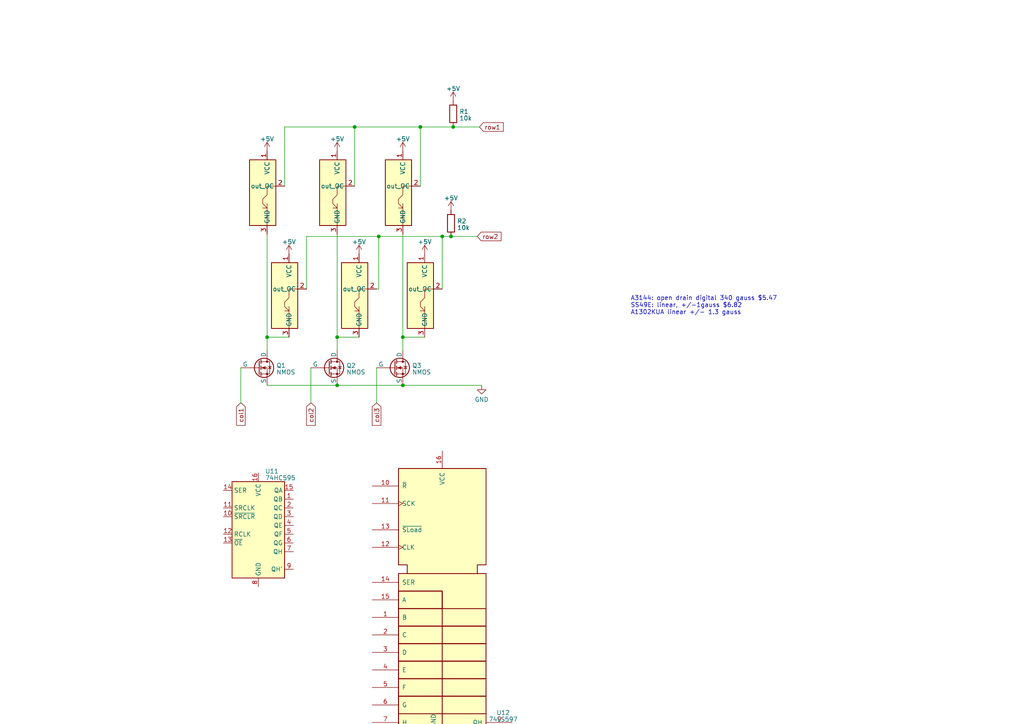
<source format=kicad_sch>
(kicad_sch (version 20230121) (generator eeschema)
  (paper "A4")
  (lib_symbols
    (symbol "74xx:74HC595"
      (property "Reference" "U" (at -7.62 13.97 0))
      (property "Value" "74HC595" (at -7.62 -16.51 0))
      (symbol "74HC595_1_0"
        (pin tri_state line (at 10.16 7.62 180) (length 2.54) (name "QB") (number "1"))
        (pin input line (at -10.16 2.54 0) (length 2.54) (name "~{SRCLR}") (number "10"))
        (pin input line (at -10.16 5.08 0) (length 2.54) (name "SRCLK") (number "11"))
        (pin input line (at -10.16 -2.54 0) (length 2.54) (name "RCLK") (number "12"))
        (pin input line (at -10.16 -5.08 0) (length 2.54) (name "~{OE}") (number "13"))
        (pin input line (at -10.16 10.16 0) (length 2.54) (name "SER") (number "14"))
        (pin tri_state line (at 10.16 10.16 180) (length 2.54) (name "QA") (number "15"))
        (pin power_in line (at 0 15.24 270) (length 2.54) (name "VCC") (number "16"))
        (pin tri_state line (at 10.16 5.08 180) (length 2.54) (name "QC") (number "2"))
        (pin tri_state line (at 10.16 2.54 180) (length 2.54) (name "QD") (number "3"))
        (pin tri_state line (at 10.16 0 180) (length 2.54) (name "QE") (number "4"))
        (pin tri_state line (at 10.16 -2.54 180) (length 2.54) (name "QF") (number "5"))
        (pin tri_state line (at 10.16 -5.08 180) (length 2.54) (name "QG") (number "6"))
        (pin tri_state line (at 10.16 -7.62 180) (length 2.54) (name "QH") (number "7"))
        (pin power_in line (at 0 -17.78 90) (length 2.54) (name "GND") (number "8"))
        (pin output line (at 10.16 -12.7 180) (length 2.54) (name "QH'") (number "9"))
      )
      (symbol "74HC595_1_1"
        (rectangle (start -7.62 12.7) (end 7.62 -15.24) (stroke (width 0.254)) (fill (type background)))
      )
    )
    (symbol "74xx_IEEE:74LS597" (pin_names (offset 1.016))
      (property "Reference" "U" (at 15.24 43.18 0))
      (property "Value" "74LS597" (at 15.24 -40.64 0))
      (symbol "74LS597_0_0"
        (rectangle (start -12.7 -30.48) (end -12.7 -30.48) (stroke (width 0.254)) (fill (type background)))
        (rectangle (start -12.7 -25.4) (end 12.7 -30.48) (stroke (width 0.254)) (fill (type background)))
        (rectangle (start -12.7 -20.32) (end 12.7 -25.4) (stroke (width 0.254)) (fill (type background)))
        (rectangle (start -12.7 -15.24) (end 12.7 -20.32) (stroke (width 0.254)) (fill (type background)))
        (rectangle (start -12.7 -10.16) (end 12.7 -15.24) (stroke (width 0.254)) (fill (type background)))
        (rectangle (start -12.7 -5.08) (end 12.7 -10.16) (stroke (width 0.254)) (fill (type background)))
        (rectangle (start -12.7 0) (end 12.7 -5.08) (stroke (width 0.254)) (fill (type background)))
        (rectangle (start -12.7 5.08) (end 0 -35.56) (stroke (width 0.254)) (fill (type background)))
        (rectangle (start -12.7 5.08) (end 0 0) (stroke (width 0.254)) (fill (type background)))
        (rectangle (start -12.7 10.16) (end 12.7 -35.56) (stroke (width 0.254)) (fill (type background)))
        (polyline (pts (xy -10.16 10.16) (xy -10.16 12.7) (xy -12.7 12.7) (xy -12.7 40.64) (xy 12.7 40.64) (xy 12.7 12.7) (xy 10.16 12.7) (xy 10.16 10.16) (xy 10.16 10.16)) (stroke (width 0.254)) (fill (type background)))
      )
      (symbol "74LS597_0_1"
        (pin power_in line (at -2.54 -40.64 90) (length 5.08) (name "GND") (number "8"))
      )
      (symbol "74LS597_1_1"
        (pin input line (at -20.32 -2.54 0) (length 7.62) (name "B") (number "1"))
        (pin input line (at -20.32 35.56 0) (length 7.62) (name "~{R}") (number "10"))
        (pin input clock (at -20.32 30.48 0) (length 7.62) (name "SCK") (number "11"))
        (pin input clock (at -20.32 17.78 0) (length 7.62) (name "CLK") (number "12"))
        (pin input line (at -20.32 22.86 0) (length 7.62) (name "~{SLoad}") (number "13"))
        (pin input line (at -20.32 7.62 0) (length 7.62) (name "SER") (number "14"))
        (pin input line (at -20.32 2.54 0) (length 7.62) (name "A") (number "15"))
        (pin power_in line (at 0 45.72 270) (length 5.08) (name "VCC") (number "16"))
        (pin input line (at -20.32 -7.62 0) (length 7.62) (name "C") (number "2"))
        (pin input line (at -20.32 -12.7 0) (length 7.62) (name "D") (number "3"))
        (pin input line (at -20.32 -17.78 0) (length 7.62) (name "E") (number "4"))
        (pin input line (at -20.32 -22.86 0) (length 7.62) (name "F") (number "5"))
        (pin input line (at -20.32 -27.94 0) (length 7.62) (name "G") (number "6"))
        (pin input line (at -20.32 -33.02 0) (length 7.62) (name "H") (number "7"))
        (pin tri_state line (at 20.32 -33.02 180) (length 7.62) (name "QH") (number "9"))
      )
    )
    (symbol "Device:R" (pin_numbers hide) (pin_names (offset 0))
      (property "Reference" "R" (at 2.032 0 90))
      (property "Value" "R" (at 0 0 90))
      (symbol "R_0_1"
        (rectangle (start -1.016 -2.54) (end 1.016 2.54) (stroke (width 0.254)))
      )
      (symbol "R_1_1"
        (pin passive line (at 0 3.81 270) (length 1.27) (name "~") (number "1"))
        (pin passive line (at 0 -3.81 90) (length 1.27) (name "~") (number "2"))
      )
    )
    (symbol "Sensor_Magnetic:A1101ELHL"
      (property "Reference" "U1" (at 8.89 6.35 0))
      (property "Value" "A3144" (at 11.43 3.81 0))
      (symbol "A1101ELHL_0_1"
        (rectangle (start -2.54 7.62) (end 5.08 -11.43) (stroke (width 0.254)) (fill (type background)))
        (polyline (pts (xy 2.54 -6.35) (xy 1.27 -6.35)))
        (polyline (pts (xy 2.54 -6.35) (xy 2.54 -5.08)))
        (polyline (pts (xy 5.08 0) (xy 2.54 0) (xy 2.54 0)))
        (polyline (pts (xy 2.54 0) (xy 2.54 -2.54) (xy 1.27 -3.81) (xy 1.27 -5.08) (xy 2.54 -6.35) (xy 2.54 -11.43)))
      )
      (symbol "A1101ELHL_1_1"
        (pin power_in line (at 2.54 10.16 270) (length 2.54) (name "VCC") (number "1"))
        (pin open_collector line (at 7.62 0 180) (length 2.54) (name "out_OC") (number "2"))
        (pin power_in line (at 2.54 -13.97 90) (length 2.54) (name "GND") (number "3"))
      )
    )
    (symbol "Simulation_SPICE:NMOS" (pin_numbers hide) (pin_names (offset 0))
      (property "Reference" "Q" (at 5.08 1.27 0))
      (property "Value" "NMOS" (at 5.08 -1.27 0))
      (symbol "NMOS_0_1"
        (polyline (pts (xy 0.254 0) (xy -2.54 0)))
        (polyline (pts (xy 0.254 1.905) (xy 0.254 -1.905)) (stroke (width 0.254)))
        (polyline (pts (xy 0.762 -1.27) (xy 0.762 -2.286)) (stroke (width 0.254)))
        (polyline (pts (xy 0.762 0.508) (xy 0.762 -0.508)) (stroke (width 0.254)))
        (polyline (pts (xy 0.762 2.286) (xy 0.762 1.27)) (stroke (width 0.254)))
        (polyline (pts (xy 2.54 2.54) (xy 2.54 1.778)))
        (polyline (pts (xy 2.54 -2.54) (xy 2.54 0) (xy 0.762 0)))
        (polyline (pts (xy 0.762 -1.778) (xy 3.302 -1.778) (xy 3.302 1.778) (xy 0.762 1.778)))
        (polyline (pts (xy 1.016 0) (xy 2.032 0.381) (xy 2.032 -0.381) (xy 1.016 0)) (fill (type outline)))
        (polyline (pts (xy 2.794 0.508) (xy 2.921 0.381) (xy 3.683 0.381) (xy 3.81 0.254)))
        (polyline (pts (xy 3.302 0.381) (xy 2.921 -0.254) (xy 3.683 -0.254) (xy 3.302 0.381)))
        (circle (center 1.651 0) (radius 2.794) (stroke (width 0.254)))
        (circle (center 2.54 -1.778) (radius 0.254) (fill (type outline)))
        (circle (center 2.54 1.778) (radius 0.254) (fill (type outline)))
      )
      (symbol "NMOS_1_1"
        (pin passive line (at 2.54 5.08 270) (length 2.54) (name "D") (number "1"))
        (pin input line (at -5.08 0 0) (length 2.54) (name "G") (number "2"))
        (pin passive line (at 2.54 -5.08 90) (length 2.54) (name "S") (number "3"))
      )
    )
    (symbol "power:+5V" (power) (pin_names (offset 0))
      (property "Value" "+5V" (at 0 3.556 0))
      (symbol "+5V_0_1"
        (polyline (pts (xy -0.762 1.27) (xy 0 2.54)))
        (polyline (pts (xy 0 0) (xy 0 2.54)))
        (polyline (pts (xy 0 2.54) (xy 0.762 1.27)))
      )
      (symbol "+5V_1_1"
        (pin power_in line (at 0 0 90) (length 0) hide (name "+5V") (number "1"))
      )
    )
    (symbol "power:GND" (power) (pin_names (offset 0))
      (property "Value" "GND" (at 0 -3.81 0))
      (symbol "GND_0_1"
        (polyline (pts (xy 0 0) (xy 0 -1.27) (xy 1.27 -1.27) (xy 0 -2.54) (xy -1.27 -1.27) (xy 0 -1.27)))
      )
      (symbol "GND_1_1"
        (pin power_in line (at 0 0 270) (length 0) hide (name "GND") (number "1"))
      )
    )
  )
  (junction (at 121.92 36.83))
  (junction (at 77.47 97.79))
  (junction (at 116.84 111.76))
  (junction (at 128.27 68.58))
  (junction (at 130.81 68.58))
  (junction (at 102.87 36.83))
  (junction (at 97.79 97.79))
  (junction (at 116.84 97.79))
  (junction (at 131.445 36.83))
  (junction (at 97.79 111.76))
  (junction (at 109.855 68.58))
  (wire (pts (xy 128.27 68.58) (xy 130.81 68.58)))
  (wire (pts (xy 97.79 97.79) (xy 97.79 101.6)))
  (wire (pts (xy 116.84 67.945) (xy 116.84 97.79)))
  (wire (pts (xy 82.55 36.83) (xy 82.55 53.975)))
  (wire (pts (xy 97.79 97.79) (xy 104.14 97.79)))
  (wire (pts (xy 88.9 68.58) (xy 109.855 68.58)))
  (wire (pts (xy 109.22 83.82) (xy 109.855 83.82)))
  (wire (pts (xy 116.84 97.79) (xy 116.84 101.6)))
  (wire (pts (xy 88.9 83.82) (xy 88.9 68.58)))
  (wire (pts (xy 131.445 36.83) (xy 121.92 36.83)))
  (wire (pts (xy 121.92 36.83) (xy 121.92 53.975)))
  (wire (pts (xy 97.79 111.76) (xy 116.84 111.76)))
  (wire (pts (xy 97.79 67.945) (xy 97.79 97.79)))
  (wire (pts (xy 109.855 83.82) (xy 109.855 68.58)))
  (wire (pts (xy 77.47 97.79) (xy 77.47 101.6)))
  (wire (pts (xy 69.85 106.68) (xy 69.85 116.84)))
  (wire (pts (xy 77.47 67.945) (xy 77.47 97.79)))
  (wire (pts (xy 77.47 111.76) (xy 97.79 111.76)))
  (wire (pts (xy 131.445 36.83) (xy 139.065 36.83)))
  (wire (pts (xy 102.87 36.83) (xy 82.55 36.83)))
  (wire (pts (xy 116.84 111.76) (xy 139.7 111.76)))
  (wire (pts (xy 90.17 106.68) (xy 90.17 116.84)))
  (wire (pts (xy 77.47 97.79) (xy 83.82 97.79)))
  (wire (pts (xy 109.22 106.68) (xy 109.22 116.84)))
  (wire (pts (xy 130.81 68.58) (xy 138.43 68.58)))
  (wire (pts (xy 121.92 36.83) (xy 102.87 36.83)))
  (wire (pts (xy 109.855 68.58) (xy 128.27 68.58)))
  (wire (pts (xy 102.87 36.83) (xy 102.87 53.975)))
  (wire (pts (xy 123.19 97.79) (xy 116.84 97.79)))
  (wire (pts (xy 128.27 68.58) (xy 128.27 83.82)))
  (text "A3144: open drain digital 340 gauss $5.47\nSS49E: linear, +/-1gauss $6.82\nA1302KUA linear +/- 1.3 gauss" (at 182.88 91.44 0) (effects (font (size 1.27 1.27)) (justify left bottom)))
  (global_label "row1" (shape input) (at 139.065 36.83 0) (property "Intersheetrefs" "${INTERSHEET_REFS}" (effects hide)))
  (global_label "col2" (shape input) (at 90.17 116.84 270) (property "Intersheetrefs" "${INTERSHEET_REFS}" (effects hide)))
  (global_label "col1" (shape input) (at 69.85 116.84 270) (property "Intersheetrefs" "${INTERSHEET_REFS}" (effects hide)))
  (global_label "col3" (shape input) (at 109.22 116.84 270) (property "Intersheetrefs" "${INTERSHEET_REFS}" (effects hide)))
  (global_label "row2" (shape input) (at 138.43 68.58 0) (property "Intersheetrefs" "${INTERSHEET_REFS}" (effects hide)))
  (symbol (lib_id "Sensor_Magnetic:A1101ELHL") (at 101.6 83.82 0) (unit 1)
    (property "Reference" "U5" (effects hide))
    (property "Value" "A3144" (effects hide))
    (property "Footprint" "Package_TO_SOT_SMD:SOT-23W" (effects hide))
    (property "Datasheet" "https://www.allegromicro.com/-/media/files/datasheets/a110x-datasheet.ashx" (effects hide))
    (instances (project "controller" (path "" (reference "U5") (unit 1)) (path "" (reference "U4") (unit 1))))
  )
  (symbol (lib_id "power:+5V") (at 104.14 73.66 0) (unit 1)
    (property "Reference" "#PWR06" (effects hide))
    (property "Value" "+5V" (at 104.14 70.1581 0))
    (instances (project "controller" (path "" (reference "#PWR06") (unit 1)) (path "" (reference "#PWR04") (unit 1))))
  )
  (symbol (lib_id "Simulation_SPICE:NMOS") (at 114.3 106.68 0) (unit 1)
    (property "Reference" "Q3" (at 119.507 106.0363 0) (effects (justify left)))
    (property "Value" "NMOS" (at 119.507 107.9573 0) (effects (justify left)))
    (property "Datasheet" "https://ngspice.sourceforge.io/docs/ngspice-manual.pdf" (effects hide))
    (property "Sim.Device" "NMOS" (effects hide))
    (property "Sim.Type" "VDMOS" (effects hide))
    (property "Sim.Pins" "1=D 2=G 3=S" (effects hide))
  )
  (symbol (lib_id "Sensor_Magnetic:A1101ELHL") (at 95.25 53.975 0) (unit 1)
    (property "Reference" "U2" (effects hide))
    (property "Value" "A3144" (effects hide))
    (property "Footprint" "Package_TO_SOT_SMD:SOT-23W" (effects hide))
    (property "Datasheet" "https://www.allegromicro.com/-/media/files/datasheets/a110x-datasheet.ashx" (effects hide))
    (instances (project "controller" (path "" (reference "U2") (unit 1)) (path "" (reference "U3") (unit 1))))
  )
  (symbol (lib_id "power:+5V") (at 131.445 29.21 0) (unit 1)
    (property "Reference" "#PWR08" (effects hide))
    (property "Value" "+5V" (at 131.445 25.7081 0))
  )
  (symbol (lib_id "power:GND") (at 139.7 111.76 0) (unit 1)
    (property "Reference" "#PWR02" (effects hide))
    (property "Value" "GND" (at 139.7 115.8955 0))
    (instances (project "controller" (path "" (reference "#PWR02") (unit 1)) (path "" (reference "#PWR09") (unit 1))))
  )
  (symbol (lib_id "power:+5V") (at 123.19 73.66 0) (unit 1)
    (property "Reference" "#PWR07" (effects hide))
    (property "Value" "+5V" (at 123.19 70.1581 0))
    (instances (project "controller" (path "" (reference "#PWR07") (unit 1)) (path "" (reference "#PWR06") (unit 1))))
  )
  (symbol (lib_id "74xx_IEEE:74LS597") (at 128.27 176.53 0) (unit 1)
    (property "Reference" "U12" (at 145.946 206.7179 0))
    (property "Value" "74LS597" (at 145.946 208.6389 0))
  )
  (symbol (lib_id "Simulation_SPICE:NMOS") (at 74.93 106.68 0) (unit 1)
    (property "Reference" "Q1" (at 80.137 106.0363 0) (effects (justify left)))
    (property "Value" "NMOS" (at 80.137 107.9573 0) (effects (justify left)))
    (property "Datasheet" "https://ngspice.sourceforge.io/docs/ngspice-manual.pdf" (effects hide))
    (property "Sim.Device" "NMOS" (effects hide))
    (property "Sim.Type" "VDMOS" (effects hide))
    (property "Sim.Pins" "1=D 2=G 3=S" (effects hide))
  )
  (symbol (lib_id "power:+5V") (at 97.79 43.815 0) (unit 1)
    (property "Reference" "#PWR03" (effects hide))
    (property "Value" "+5V" (at 97.79 40.3131 0))
  )
  (symbol (lib_id "power:+5V") (at 83.82 73.66 0) (unit 1)
    (property "Reference" "#PWR05" (effects hide))
    (property "Value" "+5V" (at 83.82 70.1581 0))
    (instances (project "controller" (path "" (reference "#PWR05") (unit 1)) (path "" (reference "#PWR02") (unit 1))))
  )
  (symbol (lib_id "Sensor_Magnetic:A1101ELHL") (at 120.65 83.82 0) (unit 1)
    (property "Reference" "U6" (effects hide))
    (property "Value" "A3144" (effects hide))
    (property "Footprint" "Package_TO_SOT_SMD:SOT-23W" (effects hide))
    (property "Datasheet" "https://www.allegromicro.com/-/media/files/datasheets/a110x-datasheet.ashx" (effects hide))
  )
  (symbol (lib_id "Device:R") (at 130.81 64.77 0) (unit 1)
    (property "Reference" "R2" (at 132.588 64.1263 0) (effects (justify left)))
    (property "Value" "10k" (at 132.588 66.0473 0) (effects (justify left)))
    (instances (project "controller" (path "" (reference "R2") (unit 1)) (path "" (reference "R1") (unit 1))))
  )
  (symbol (lib_id "Sensor_Magnetic:A1101ELHL") (at 81.28 83.82 0) (unit 1)
    (property "Reference" "U4" (effects hide))
    (property "Value" "A3144" (effects hide))
    (property "Footprint" "Package_TO_SOT_SMD:SOT-23W" (effects hide))
    (property "Datasheet" "https://www.allegromicro.com/-/media/files/datasheets/a110x-datasheet.ashx" (effects hide))
    (instances (project "controller" (path "" (reference "U4") (unit 1)) (path "" (reference "U2") (unit 1))))
  )
  (symbol (lib_id "74xx:74HC595") (at 74.93 152.4 0) (unit 1)
    (property "Reference" "U11" (at 76.8859 136.6901 0) (effects (justify left)))
    (property "Value" "74HC595" (at 76.8859 138.6111 0) (effects (justify left)))
    (property "Footprint" "Package_DIP:DIP-16_W7.62mm_LongPads" (effects hide))
    (property "Datasheet" "http://www.ti.com/lit/ds/symlink/sn74hc595.pdf" (effects hide))
  )
  (symbol (lib_id "Simulation_SPICE:NMOS") (at 95.25 106.68 0) (unit 1)
    (property "Reference" "Q2" (at 100.457 106.0363 0) (effects (justify left)))
    (property "Value" "NMOS" (at 100.457 107.9573 0) (effects (justify left)))
    (property "Datasheet" "https://ngspice.sourceforge.io/docs/ngspice-manual.pdf" (effects hide))
    (property "Sim.Device" "NMOS" (effects hide))
    (property "Sim.Type" "VDMOS" (effects hide))
    (property "Sim.Pins" "1=D 2=G 3=S" (effects hide))
  )
  (symbol (lib_id "power:+5V") (at 130.81 60.96 0) (unit 1)
    (property "Reference" "#PWR09" (effects hide))
    (property "Value" "+5V" (at 130.81 57.4581 0))
    (instances (project "controller" (path "" (reference "#PWR09") (unit 1)) (path "" (reference "#PWR07") (unit 1))))
  )
  (symbol (lib_id "Sensor_Magnetic:A1101ELHL") (at 114.3 53.975 0) (unit 1)
    (property "Reference" "U3" (effects hide))
    (property "Value" "A3144" (effects hide))
    (property "Footprint" "Package_TO_SOT_SMD:SOT-23W" (effects hide))
    (property "Datasheet" "https://www.allegromicro.com/-/media/files/datasheets/a110x-datasheet.ashx" (effects hide))
    (instances (project "controller" (path "" (reference "U3") (unit 1)) (path "" (reference "U5") (unit 1))))
  )
  (symbol (lib_id "power:+5V") (at 116.84 43.815 0) (unit 1)
    (property "Reference" "#PWR01" (effects hide))
    (property "Value" "+5V" (at 116.84 40.3131 0))
    (instances (project "controller" (path "" (reference "#PWR01") (unit 1)) (path "" (reference "#PWR05") (unit 1))))
  )
  (symbol (lib_id "Device:R") (at 131.445 33.02 0) (unit 1)
    (property "Reference" "R1" (at 133.223 32.3763 0) (effects (justify left)))
    (property "Value" "10k" (at 133.223 34.2973 0) (effects (justify left)))
    (instances (project "controller" (path "" (reference "R1") (unit 1)) (path "" (reference "R2") (unit 1))))
  )
  (symbol (lib_id "Sensor_Magnetic:A1101ELHL") (at 74.93 53.975 0) (unit 1)
    (property "Reference" "U1" (effects hide))
    (property "Value" "A3144" (effects hide))
    (property "Footprint" "Package_TO_SOT_SMD:SOT-23W" (effects hide))
    (property "Datasheet" "https://www.allegromicro.com/-/media/files/datasheets/a110x-datasheet.ashx" (effects hide))
  )
  (symbol (lib_id "power:+5V") (at 77.47 43.815 0) (unit 1)
    (property "Reference" "#PWR04" (effects hide))
    (property "Value" "+5V" (at 77.47 40.3131 0))
    (instances (project "controller" (path "" (reference "#PWR04") (unit 1)) (path "" (reference "#PWR01") (unit 1))))
  )
)
</source>
